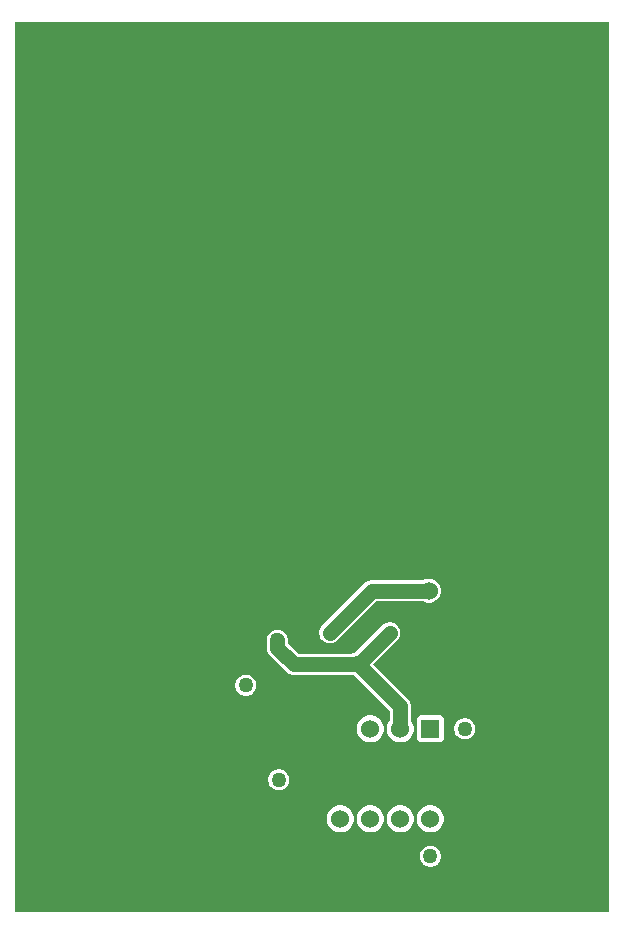
<source format=gbr>
G04 start of page 3 for group 1 idx 1 *
G04 Title: (unknown), solder *
G04 Creator: pcb 20110918 *
G04 CreationDate: Fri Feb 24 12:53:50 2012 UTC *
G04 For: mldelibero *
G04 Format: Gerber/RS-274X *
G04 PCB-Dimensions: 600000 500000 *
G04 PCB-Coordinate-Origin: lower left *
%MOIN*%
%FSLAX25Y25*%
%LNBOTTOM*%
%ADD28C,0.0276*%
%ADD27C,0.0280*%
%ADD26C,0.0350*%
%ADD25C,0.0360*%
%ADD24C,0.0600*%
%ADD23C,0.0500*%
%ADD22C,0.0001*%
%ADD21C,0.0010*%
G54D21*X83000Y435500D02*X272000D01*
X257000Y423500D02*X256000D01*
Y420000D01*
X260500D01*
X257000Y435500D02*Y421000D01*
X272000D01*
X260500Y420000D02*Y421000D01*
X98000Y435500D02*Y421000D01*
X83000D01*
X98000Y423500D02*X99000D01*
Y420000D01*
X94500D01*
Y421000D01*
X272000Y435500D02*Y150700D01*
Y165700D02*X257000D01*
Y150700D01*
X259500Y165700D02*Y166700D01*
X272000Y150700D02*X83000D01*
Y435500D01*
Y165700D02*X98000D01*
Y150700D01*
X95500Y165700D02*Y166700D01*
X99000D01*
Y162200D01*
X98000D01*
X259500Y166700D02*X256000D01*
Y162200D01*
X257000D01*
X217000Y150700D02*Y150000D01*
X177000D01*
Y150700D01*
G54D22*G36*
X228995Y441500D02*X277000D01*
Y145000D01*
X228995D01*
Y202490D01*
X229000Y202489D01*
X229549Y202532D01*
X230085Y202661D01*
X230594Y202872D01*
X231064Y203160D01*
X231483Y203517D01*
X231840Y203936D01*
X232128Y204406D01*
X232339Y204915D01*
X232468Y205451D01*
X232500Y206000D01*
X232468Y206549D01*
X232339Y207085D01*
X232128Y207594D01*
X231840Y208064D01*
X231483Y208483D01*
X231064Y208840D01*
X230594Y209128D01*
X230085Y209339D01*
X229549Y209468D01*
X229000Y209511D01*
X228995Y209510D01*
Y441500D01*
G37*
G36*
X217495D02*X228995D01*
Y209510D01*
X228451Y209468D01*
X227915Y209339D01*
X227406Y209128D01*
X226936Y208840D01*
X226517Y208483D01*
X226160Y208064D01*
X225872Y207594D01*
X225661Y207085D01*
X225532Y206549D01*
X225489Y206000D01*
X225532Y205451D01*
X225661Y204915D01*
X225872Y204406D01*
X226160Y203936D01*
X226517Y203517D01*
X226936Y203160D01*
X227406Y202872D01*
X227915Y202661D01*
X228451Y202532D01*
X228995Y202490D01*
Y145000D01*
X217495D01*
Y159990D01*
X217500Y159989D01*
X218049Y160032D01*
X218585Y160161D01*
X219094Y160372D01*
X219564Y160660D01*
X219983Y161017D01*
X220340Y161436D01*
X220628Y161906D01*
X220839Y162415D01*
X220968Y162951D01*
X221000Y163500D01*
X220968Y164049D01*
X220839Y164585D01*
X220628Y165094D01*
X220340Y165564D01*
X219983Y165983D01*
X219564Y166340D01*
X219094Y166628D01*
X218585Y166839D01*
X218049Y166968D01*
X217500Y167011D01*
X217495Y167010D01*
Y171487D01*
X217500Y171486D01*
X218206Y171542D01*
X218895Y171707D01*
X219549Y171978D01*
X220153Y172348D01*
X220692Y172808D01*
X221152Y173347D01*
X221522Y173951D01*
X221793Y174605D01*
X221958Y175294D01*
X222000Y176000D01*
X221958Y176706D01*
X221793Y177395D01*
X221522Y178049D01*
X221152Y178653D01*
X220692Y179192D01*
X220153Y179652D01*
X219549Y180022D01*
X218895Y180293D01*
X218206Y180458D01*
X217500Y180514D01*
X217495Y180513D01*
Y201507D01*
X220735Y201514D01*
X220965Y201569D01*
X221183Y201659D01*
X221384Y201783D01*
X221564Y201936D01*
X221717Y202116D01*
X221841Y202317D01*
X221931Y202535D01*
X221986Y202765D01*
X222000Y203000D01*
X221986Y209235D01*
X221931Y209465D01*
X221841Y209683D01*
X221717Y209884D01*
X221564Y210064D01*
X221384Y210217D01*
X221183Y210341D01*
X220965Y210431D01*
X220735Y210486D01*
X220500Y210500D01*
X217495Y210493D01*
Y248027D01*
X217628Y248037D01*
X218240Y248184D01*
X218822Y248425D01*
X219358Y248754D01*
X219837Y249163D01*
X220246Y249642D01*
X220575Y250178D01*
X220816Y250760D01*
X220963Y251372D01*
X221000Y252000D01*
X220963Y252628D01*
X220816Y253240D01*
X220575Y253822D01*
X220246Y254358D01*
X219837Y254837D01*
X219358Y255246D01*
X218822Y255575D01*
X218240Y255816D01*
X217628Y255963D01*
X217495Y255973D01*
Y441500D01*
G37*
G36*
Y145000D02*X207493D01*
Y171487D01*
X207500Y171486D01*
X208206Y171542D01*
X208895Y171707D01*
X209549Y171978D01*
X210153Y172348D01*
X210692Y172808D01*
X211152Y173347D01*
X211522Y173951D01*
X211793Y174605D01*
X211958Y175294D01*
X212000Y176000D01*
X211958Y176706D01*
X211793Y177395D01*
X211522Y178049D01*
X211152Y178653D01*
X210692Y179192D01*
X210153Y179652D01*
X209549Y180022D01*
X208895Y180293D01*
X208206Y180458D01*
X207500Y180514D01*
X207493Y180513D01*
Y201487D01*
X207500Y201486D01*
X208206Y201542D01*
X208895Y201707D01*
X209549Y201978D01*
X210153Y202348D01*
X210692Y202808D01*
X211152Y203347D01*
X211522Y203951D01*
X211793Y204605D01*
X211958Y205294D01*
X212000Y206000D01*
X211958Y206706D01*
X211793Y207395D01*
X211522Y208049D01*
X211152Y208653D01*
X211000Y208831D01*
Y213363D01*
X211011Y213500D01*
X210968Y214049D01*
X210968Y214049D01*
X210839Y214585D01*
X210628Y215094D01*
X210340Y215564D01*
X209983Y215983D01*
X209878Y216072D01*
X207493Y218457D01*
Y237775D01*
X207511Y238000D01*
X207493Y238225D01*
Y248500D01*
X215056D01*
X215178Y248425D01*
X215760Y248184D01*
X216372Y248037D01*
X217000Y247988D01*
X217495Y248027D01*
Y210493D01*
X214265Y210486D01*
X214035Y210431D01*
X213817Y210341D01*
X213616Y210217D01*
X213436Y210064D01*
X213283Y209884D01*
X213159Y209683D01*
X213069Y209465D01*
X213014Y209235D01*
X213000Y209000D01*
X213014Y202765D01*
X213069Y202535D01*
X213159Y202317D01*
X213283Y202116D01*
X213436Y201936D01*
X213616Y201783D01*
X213817Y201659D01*
X214035Y201569D01*
X214265Y201514D01*
X214500Y201500D01*
X217495Y201507D01*
Y180513D01*
X216794Y180458D01*
X216105Y180293D01*
X215451Y180022D01*
X214847Y179652D01*
X214308Y179192D01*
X213848Y178653D01*
X213478Y178049D01*
X213207Y177395D01*
X213042Y176706D01*
X212986Y176000D01*
X213042Y175294D01*
X213207Y174605D01*
X213478Y173951D01*
X213848Y173347D01*
X214308Y172808D01*
X214847Y172348D01*
X215451Y171978D01*
X216105Y171707D01*
X216794Y171542D01*
X217495Y171487D01*
Y167010D01*
X216951Y166968D01*
X216415Y166839D01*
X215906Y166628D01*
X215436Y166340D01*
X215017Y165983D01*
X214660Y165564D01*
X214372Y165094D01*
X214161Y164585D01*
X214032Y164049D01*
X213989Y163500D01*
X214032Y162951D01*
X214161Y162415D01*
X214372Y161906D01*
X214660Y161436D01*
X215017Y161017D01*
X215436Y160660D01*
X215906Y160372D01*
X216415Y160161D01*
X216951Y160032D01*
X217495Y159990D01*
Y145000D01*
G37*
G36*
X207493Y238225D02*X207468Y238549D01*
X207339Y239085D01*
X207128Y239594D01*
X206840Y240064D01*
X206483Y240483D01*
X206064Y240840D01*
X205594Y241128D01*
X205085Y241339D01*
X204549Y241468D01*
X204000Y241511D01*
X203451Y241468D01*
X202915Y241339D01*
X202406Y241128D01*
X201936Y240840D01*
X201525Y240475D01*
X197493Y236443D01*
Y246543D01*
X199450Y248500D01*
X207493D01*
Y238225D01*
G37*
G36*
Y218457D02*X198450Y227500D01*
X206475Y235525D01*
X206840Y235936D01*
X207128Y236406D01*
X207339Y236915D01*
X207468Y237451D01*
X207493Y237775D01*
Y218457D01*
G37*
G36*
Y145000D02*X197493D01*
Y171487D01*
X197500Y171486D01*
X198206Y171542D01*
X198895Y171707D01*
X199549Y171978D01*
X200153Y172348D01*
X200692Y172808D01*
X201152Y173347D01*
X201522Y173951D01*
X201793Y174605D01*
X201958Y175294D01*
X202000Y176000D01*
X201958Y176706D01*
X201793Y177395D01*
X201522Y178049D01*
X201152Y178653D01*
X200692Y179192D01*
X200153Y179652D01*
X199549Y180022D01*
X198895Y180293D01*
X198206Y180458D01*
X197500Y180514D01*
X197493Y180513D01*
Y201487D01*
X197500Y201486D01*
X198206Y201542D01*
X198895Y201707D01*
X199549Y201978D01*
X200153Y202348D01*
X200692Y202808D01*
X201152Y203347D01*
X201522Y203951D01*
X201793Y204605D01*
X201958Y205294D01*
X202000Y206000D01*
X201958Y206706D01*
X201793Y207395D01*
X201522Y208049D01*
X201152Y208653D01*
X200692Y209192D01*
X200153Y209652D01*
X199549Y210022D01*
X198895Y210293D01*
X198206Y210458D01*
X197500Y210514D01*
X197493Y210513D01*
Y218557D01*
X204000Y212050D01*
Y208831D01*
X203848Y208653D01*
X203478Y208049D01*
X203207Y207395D01*
X203042Y206706D01*
X202986Y206000D01*
X203042Y205294D01*
X203207Y204605D01*
X203478Y203951D01*
X203848Y203347D01*
X204308Y202808D01*
X204847Y202348D01*
X205451Y201978D01*
X206105Y201707D01*
X206794Y201542D01*
X207493Y201487D01*
Y180513D01*
X206794Y180458D01*
X206105Y180293D01*
X205451Y180022D01*
X204847Y179652D01*
X204308Y179192D01*
X203848Y178653D01*
X203478Y178049D01*
X203207Y177395D01*
X203042Y176706D01*
X202986Y176000D01*
X203042Y175294D01*
X203207Y174605D01*
X203478Y173951D01*
X203848Y173347D01*
X204308Y172808D01*
X204847Y172348D01*
X205451Y171978D01*
X206105Y171707D01*
X206794Y171542D01*
X207493Y171487D01*
Y145000D01*
G37*
G36*
X197493Y236443D02*X192524Y231473D01*
X192451Y231468D01*
X191915Y231339D01*
X191406Y231128D01*
X191197Y231000D01*
X187495D01*
Y236545D01*
X197493Y246543D01*
Y236443D01*
G37*
G36*
Y145000D02*X187495D01*
Y171487D01*
X187500Y171486D01*
X188206Y171542D01*
X188895Y171707D01*
X189549Y171978D01*
X190153Y172348D01*
X190692Y172808D01*
X191152Y173347D01*
X191522Y173951D01*
X191793Y174605D01*
X191958Y175294D01*
X192000Y176000D01*
X191958Y176706D01*
X191793Y177395D01*
X191522Y178049D01*
X191152Y178653D01*
X190692Y179192D01*
X190153Y179652D01*
X189549Y180022D01*
X188895Y180293D01*
X188206Y180458D01*
X187500Y180514D01*
X187495Y180513D01*
Y224000D01*
X192050D01*
X197493Y218557D01*
Y210513D01*
X196794Y210458D01*
X196105Y210293D01*
X195451Y210022D01*
X194847Y209652D01*
X194308Y209192D01*
X193848Y208653D01*
X193478Y208049D01*
X193207Y207395D01*
X193042Y206706D01*
X192986Y206000D01*
X193042Y205294D01*
X193207Y204605D01*
X193478Y203951D01*
X193848Y203347D01*
X194308Y202808D01*
X194847Y202348D01*
X195451Y201978D01*
X196105Y201707D01*
X196794Y201542D01*
X197493Y201487D01*
Y180513D01*
X196794Y180458D01*
X196105Y180293D01*
X195451Y180022D01*
X194847Y179652D01*
X194308Y179192D01*
X193848Y178653D01*
X193478Y178049D01*
X193207Y177395D01*
X193042Y176706D01*
X192986Y176000D01*
X193042Y175294D01*
X193207Y174605D01*
X193478Y173951D01*
X193848Y173347D01*
X194308Y172808D01*
X194847Y172348D01*
X195451Y171978D01*
X196105Y171707D01*
X196794Y171542D01*
X197493Y171487D01*
Y145000D01*
G37*
G36*
X187495Y441500D02*X217495D01*
Y255973D01*
X217000Y256012D01*
X216372Y255963D01*
X215760Y255816D01*
X215178Y255575D01*
X215056Y255500D01*
X198137D01*
X198000Y255511D01*
X197451Y255468D01*
X196915Y255339D01*
X196406Y255128D01*
X195936Y254840D01*
X195517Y254483D01*
X195428Y254378D01*
X187495Y246444D01*
Y441500D01*
G37*
G36*
X166995Y227556D02*X169428Y225122D01*
X169517Y225017D01*
X169936Y224660D01*
X170406Y224372D01*
X170915Y224161D01*
X171451Y224032D01*
X172000Y223989D01*
X172137Y224000D01*
X187495D01*
Y180513D01*
X186794Y180458D01*
X186105Y180293D01*
X185451Y180022D01*
X184847Y179652D01*
X184308Y179192D01*
X183848Y178653D01*
X183478Y178049D01*
X183207Y177395D01*
X183042Y176706D01*
X182986Y176000D01*
X183042Y175294D01*
X183207Y174605D01*
X183478Y173951D01*
X183848Y173347D01*
X184308Y172808D01*
X184847Y172348D01*
X185451Y171978D01*
X186105Y171707D01*
X186794Y171542D01*
X187495Y171487D01*
Y145000D01*
X166995D01*
Y185490D01*
X167000Y185489D01*
X167549Y185532D01*
X168085Y185661D01*
X168594Y185872D01*
X169064Y186160D01*
X169483Y186517D01*
X169840Y186936D01*
X170128Y187406D01*
X170339Y187915D01*
X170468Y188451D01*
X170500Y189000D01*
X170468Y189549D01*
X170339Y190085D01*
X170128Y190594D01*
X169840Y191064D01*
X169483Y191483D01*
X169064Y191840D01*
X168594Y192128D01*
X168085Y192339D01*
X167549Y192468D01*
X167000Y192511D01*
X166995Y192510D01*
Y227556D01*
G37*
G36*
Y441500D02*X187495D01*
Y246444D01*
X181525Y240475D01*
X181160Y240064D01*
X180872Y239594D01*
X180661Y239085D01*
X180532Y238549D01*
X180489Y238000D01*
X180532Y237451D01*
X180661Y236915D01*
X180872Y236406D01*
X181160Y235936D01*
X181517Y235517D01*
X181936Y235160D01*
X182406Y234872D01*
X182915Y234661D01*
X183451Y234532D01*
X184000Y234489D01*
X184549Y234532D01*
X185085Y234661D01*
X185594Y234872D01*
X186064Y235160D01*
X186475Y235525D01*
X187495Y236545D01*
Y231000D01*
X173450D01*
X170000Y234450D01*
Y235500D01*
X169968Y236049D01*
X169839Y236585D01*
X169628Y237094D01*
X169340Y237564D01*
X168983Y237983D01*
X168564Y238340D01*
X168094Y238628D01*
X167585Y238839D01*
X167049Y238968D01*
X166995Y238972D01*
Y441500D01*
G37*
G36*
X155995D02*X166995D01*
Y238972D01*
X166500Y239011D01*
X165951Y238968D01*
X165415Y238839D01*
X164906Y238628D01*
X164436Y238340D01*
X164017Y237983D01*
X163660Y237564D01*
X163372Y237094D01*
X163161Y236585D01*
X163032Y236049D01*
X163032Y236049D01*
X162989Y235500D01*
X163000Y235363D01*
Y233137D01*
X162989Y233000D01*
X163032Y232451D01*
Y232451D01*
X163161Y231915D01*
X163372Y231406D01*
X163660Y230936D01*
X164017Y230517D01*
X164122Y230428D01*
X166995Y227556D01*
Y192510D01*
X166451Y192468D01*
X165915Y192339D01*
X165406Y192128D01*
X164936Y191840D01*
X164517Y191483D01*
X164160Y191064D01*
X163872Y190594D01*
X163661Y190085D01*
X163532Y189549D01*
X163489Y189000D01*
X163532Y188451D01*
X163661Y187915D01*
X163872Y187406D01*
X164160Y186936D01*
X164517Y186517D01*
X164936Y186160D01*
X165406Y185872D01*
X165915Y185661D01*
X166451Y185532D01*
X166995Y185490D01*
Y145000D01*
X155995D01*
Y216990D01*
X156000Y216989D01*
X156549Y217032D01*
X157085Y217161D01*
X157594Y217372D01*
X158064Y217660D01*
X158483Y218017D01*
X158840Y218436D01*
X159128Y218906D01*
X159339Y219415D01*
X159468Y219951D01*
X159500Y220500D01*
X159468Y221049D01*
X159339Y221585D01*
X159128Y222094D01*
X158840Y222564D01*
X158483Y222983D01*
X158064Y223340D01*
X157594Y223628D01*
X157085Y223839D01*
X156549Y223968D01*
X156000Y224011D01*
X155995Y224010D01*
Y441500D01*
G37*
G36*
X79000D02*X155995D01*
Y224010D01*
X155451Y223968D01*
X154915Y223839D01*
X154406Y223628D01*
X153936Y223340D01*
X153517Y222983D01*
X153160Y222564D01*
X152872Y222094D01*
X152661Y221585D01*
X152532Y221049D01*
X152489Y220500D01*
X152532Y219951D01*
X152661Y219415D01*
X152872Y218906D01*
X153160Y218436D01*
X153517Y218017D01*
X153936Y217660D01*
X154406Y217372D01*
X154915Y217161D01*
X155451Y217032D01*
X155995Y216990D01*
Y145000D01*
X79000D01*
Y441500D01*
G37*
G54D23*X184000Y238000D02*X198000Y252000D01*
X166500Y233000D02*Y235500D01*
X172000Y227500D02*X166500Y233000D01*
X192500Y227500D02*X172000D01*
X194000Y228000D02*X193000D01*
X198000Y252000D02*X217000D01*
X207500Y213500D02*Y206000D01*
X193000Y228000D02*X207500Y213500D01*
X193000Y228000D02*X192500Y227500D01*
X204000Y238000D02*X194000Y228000D01*
G54D23*X229000Y206000D03*
X217500Y163500D03*
G54D22*G36*
X214500Y209000D02*Y203000D01*
X220500D01*
Y209000D01*
X214500D01*
G37*
G54D24*X217500Y176000D03*
G54D23*X166500Y235500D03*
X156000Y220500D03*
X158000Y205500D03*
X167000Y189000D03*
G54D24*X207500Y206000D03*
X197500D03*
G54D25*X193000Y228000D03*
X204000Y238000D03*
G54D24*X187500Y206000D03*
G54D25*X184000Y238000D03*
G54D24*X187500Y176000D03*
X197500D03*
X207500D03*
X217000Y252000D03*
G54D26*G54D27*G54D26*G54D27*G54D28*G54D27*G54D28*G54D27*M02*

</source>
